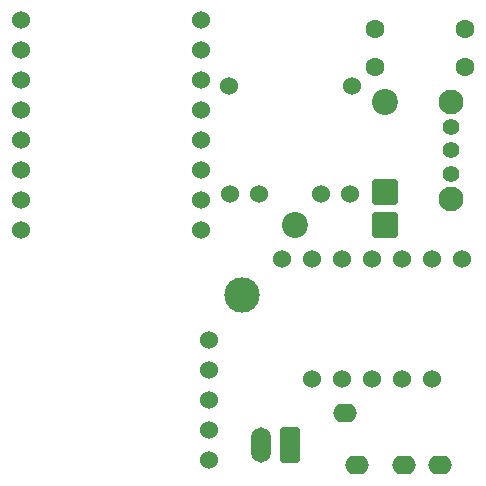
<source format=gts>
G04 #@! TF.GenerationSoftware,KiCad,Pcbnew,9.0.2*
G04 #@! TF.CreationDate,2025-07-09T02:38:08-04:00*
G04 #@! TF.ProjectId,FBT,4642542e-6b69-4636-9164-5f7063625858,rev?*
G04 #@! TF.SameCoordinates,Original*
G04 #@! TF.FileFunction,Soldermask,Top*
G04 #@! TF.FilePolarity,Negative*
%FSLAX46Y46*%
G04 Gerber Fmt 4.6, Leading zero omitted, Abs format (unit mm)*
G04 Created by KiCad (PCBNEW 9.0.2) date 2025-07-09 02:38:08*
%MOMM*%
%LPD*%
G01*
G04 APERTURE LIST*
G04 Aperture macros list*
%AMRoundRect*
0 Rectangle with rounded corners*
0 $1 Rounding radius*
0 $2 $3 $4 $5 $6 $7 $8 $9 X,Y pos of 4 corners*
0 Add a 4 corners polygon primitive as box body*
4,1,4,$2,$3,$4,$5,$6,$7,$8,$9,$2,$3,0*
0 Add four circle primitives for the rounded corners*
1,1,$1+$1,$2,$3*
1,1,$1+$1,$4,$5*
1,1,$1+$1,$6,$7*
1,1,$1+$1,$8,$9*
0 Add four rect primitives between the rounded corners*
20,1,$1+$1,$2,$3,$4,$5,0*
20,1,$1+$1,$4,$5,$6,$7,0*
20,1,$1+$1,$6,$7,$8,$9,0*
20,1,$1+$1,$8,$9,$2,$3,0*%
G04 Aperture macros list end*
%ADD10C,1.524000*%
%ADD11RoundRect,0.249999X0.850001X-0.850001X0.850001X0.850001X-0.850001X0.850001X-0.850001X-0.850001X0*%
%ADD12C,2.200000*%
%ADD13RoundRect,0.249999X0.850001X0.850001X-0.850001X0.850001X-0.850001X-0.850001X0.850001X-0.850001X0*%
%ADD14O,2.000000X1.600000*%
%ADD15C,2.100000*%
%ADD16C,1.400000*%
%ADD17RoundRect,0.250000X0.600000X1.250000X-0.600000X1.250000X-0.600000X-1.250000X0.600000X-1.250000X0*%
%ADD18O,1.700000X3.000000*%
%ADD19C,1.600000*%
%ADD20C,3.000000*%
G04 APERTURE END LIST*
D10*
X159300000Y-56800000D03*
X148900000Y-56800000D03*
X149000000Y-66000000D03*
X151500000Y-66000000D03*
X156700000Y-66000000D03*
X159200000Y-66000000D03*
X131316004Y-51261392D03*
X131316004Y-53801392D03*
X131316004Y-56341392D03*
X131316004Y-58881392D03*
X131316004Y-61421392D03*
X131316004Y-63961392D03*
X131316004Y-66501392D03*
X131276004Y-69041392D03*
X146516004Y-69041392D03*
X146516004Y-66501392D03*
X146516004Y-63961392D03*
X146516004Y-61421392D03*
X146516004Y-58881392D03*
X146516004Y-56341392D03*
X146516004Y-53801392D03*
X146516004Y-51261392D03*
D11*
X162100000Y-65800000D03*
D12*
X162100000Y-58180000D03*
D13*
X162100000Y-68600000D03*
D12*
X154480000Y-68600000D03*
D14*
X159755000Y-88900000D03*
X163755000Y-88900000D03*
X166755000Y-88900000D03*
X158755000Y-84500000D03*
D15*
X167700000Y-66350000D03*
X167700000Y-58150000D03*
D16*
X167700000Y-64250000D03*
X167700000Y-62250000D03*
X167700000Y-60250000D03*
D17*
X154100000Y-87200000D03*
D18*
X151600000Y-87200000D03*
D10*
X147200000Y-88480000D03*
X147200000Y-85940000D03*
X147200000Y-83400000D03*
X147200000Y-80860000D03*
X147200000Y-78320000D03*
X168640000Y-71500000D03*
X166100000Y-71500000D03*
X163560000Y-71500000D03*
X161020000Y-71500000D03*
X158480000Y-71500000D03*
X155940000Y-71500000D03*
X153400000Y-71500000D03*
X155940000Y-81660000D03*
X158480000Y-81660000D03*
X161020000Y-81660000D03*
X163560000Y-81660000D03*
X166100000Y-81660000D03*
D19*
X168870000Y-55200000D03*
X161250000Y-55200000D03*
X161280000Y-52000000D03*
X168900000Y-52000000D03*
D20*
X150000000Y-74500000D03*
M02*

</source>
